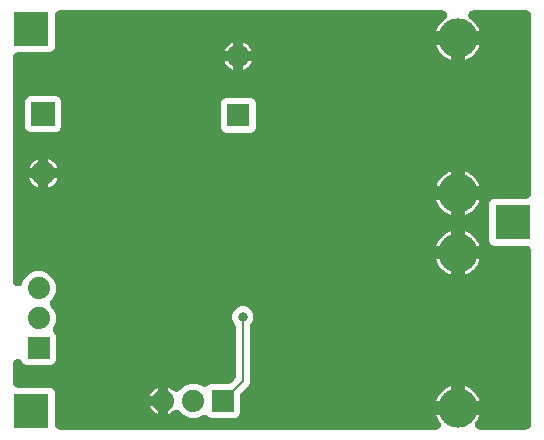
<source format=gbr>
G04 EAGLE Gerber RS-274X export*
G75*
%MOMM*%
%FSLAX34Y34*%
%LPD*%
%INBottom Copper*%
%IPPOS*%
%AMOC8*
5,1,8,0,0,1.08239X$1,22.5*%
G01*
%ADD10C,1.930400*%
%ADD11R,1.930400X1.930400*%
%ADD12C,3.327400*%
%ADD13R,1.879600X1.879600*%
%ADD14C,1.879600*%
%ADD15R,2.032000X2.032000*%
%ADD16C,2.032000*%
%ADD17C,0.806400*%
%ADD18C,0.203200*%
%ADD19R,3.000000X3.000000*%

G36*
X369517Y11187D02*
X369517Y11187D01*
X369672Y11188D01*
X369804Y11207D01*
X369938Y11217D01*
X370089Y11249D01*
X370242Y11271D01*
X370370Y11308D01*
X370502Y11336D01*
X370647Y11388D01*
X370795Y11431D01*
X370917Y11486D01*
X371043Y11532D01*
X371180Y11604D01*
X371321Y11667D01*
X371434Y11738D01*
X371553Y11801D01*
X371678Y11891D01*
X371809Y11973D01*
X371911Y12059D01*
X372020Y12138D01*
X372131Y12244D01*
X372249Y12343D01*
X372339Y12443D01*
X372436Y12536D01*
X372532Y12657D01*
X372635Y12772D01*
X372710Y12883D01*
X372793Y12988D01*
X372871Y13121D01*
X372957Y13249D01*
X373016Y13369D01*
X373084Y13485D01*
X373143Y13628D01*
X373211Y13766D01*
X373252Y13894D01*
X373303Y14018D01*
X373342Y14167D01*
X373390Y14314D01*
X373413Y14446D01*
X373447Y14575D01*
X373464Y14729D01*
X373492Y14881D01*
X373497Y15014D01*
X373512Y15148D01*
X373508Y15302D01*
X373514Y15456D01*
X373500Y15590D01*
X373497Y15724D01*
X373472Y15876D01*
X373456Y16029D01*
X373425Y16159D01*
X373403Y16292D01*
X373356Y16439D01*
X373320Y16589D01*
X373271Y16713D01*
X373230Y16842D01*
X373164Y16981D01*
X373108Y17124D01*
X373041Y17241D01*
X372984Y17362D01*
X372899Y17491D01*
X372823Y17625D01*
X372702Y17791D01*
X372668Y17844D01*
X372646Y17869D01*
X372610Y17918D01*
X372165Y18476D01*
X371019Y20300D01*
X370084Y22241D01*
X369534Y23813D01*
X386204Y23813D01*
X386401Y23827D01*
X386599Y23832D01*
X386688Y23847D01*
X386779Y23853D01*
X386972Y23894D01*
X387167Y23926D01*
X387254Y23954D01*
X387342Y23972D01*
X387528Y24039D01*
X387717Y24099D01*
X387799Y24137D01*
X387836Y24151D01*
X387974Y24087D01*
X388061Y24060D01*
X388145Y24026D01*
X388336Y23976D01*
X388525Y23919D01*
X388615Y23905D01*
X388702Y23882D01*
X388898Y23860D01*
X389094Y23829D01*
X389218Y23824D01*
X389275Y23817D01*
X389332Y23819D01*
X389456Y23813D01*
X406126Y23813D01*
X405576Y22241D01*
X404641Y20300D01*
X403495Y18476D01*
X403050Y17918D01*
X402963Y17791D01*
X402867Y17670D01*
X402799Y17554D01*
X402723Y17444D01*
X402654Y17306D01*
X402576Y17173D01*
X402525Y17049D01*
X402465Y16929D01*
X402415Y16783D01*
X402357Y16640D01*
X402323Y16510D01*
X402280Y16383D01*
X402252Y16232D01*
X402213Y16082D01*
X402198Y15949D01*
X402173Y15817D01*
X402166Y15663D01*
X402148Y15510D01*
X402152Y15376D01*
X402145Y15242D01*
X402159Y15088D01*
X402163Y14934D01*
X402185Y14802D01*
X402197Y14668D01*
X402232Y14518D01*
X402257Y14366D01*
X402298Y14238D01*
X402328Y14107D01*
X402383Y13964D01*
X402430Y13816D01*
X402487Y13695D01*
X402535Y13570D01*
X402610Y13435D01*
X402676Y13296D01*
X402750Y13183D01*
X402815Y13066D01*
X402908Y12943D01*
X402992Y12814D01*
X403081Y12714D01*
X403161Y12606D01*
X403270Y12497D01*
X403372Y12381D01*
X403474Y12294D01*
X403568Y12199D01*
X403691Y12106D01*
X403808Y12005D01*
X403921Y11932D01*
X404028Y11851D01*
X404162Y11776D01*
X404292Y11693D01*
X404414Y11636D01*
X404531Y11571D01*
X404675Y11515D01*
X404815Y11450D01*
X404943Y11411D01*
X405068Y11363D01*
X405218Y11327D01*
X405366Y11282D01*
X405498Y11261D01*
X405629Y11231D01*
X405782Y11217D01*
X405935Y11193D01*
X406140Y11184D01*
X406202Y11178D01*
X406236Y11179D01*
X406296Y11177D01*
X445681Y11177D01*
X445878Y11190D01*
X446076Y11196D01*
X446165Y11210D01*
X446256Y11217D01*
X446449Y11258D01*
X446644Y11290D01*
X446731Y11317D01*
X446819Y11336D01*
X447005Y11403D01*
X447194Y11462D01*
X447276Y11501D01*
X447361Y11532D01*
X447535Y11624D01*
X447714Y11709D01*
X447790Y11758D01*
X447870Y11801D01*
X448030Y11916D01*
X448196Y12025D01*
X448264Y12085D01*
X448337Y12138D01*
X448480Y12274D01*
X448629Y12405D01*
X448688Y12473D01*
X448754Y12536D01*
X448876Y12691D01*
X449005Y12841D01*
X449054Y12917D01*
X449110Y12988D01*
X449210Y13159D01*
X449317Y13325D01*
X449356Y13407D01*
X449401Y13485D01*
X449477Y13668D01*
X449560Y13847D01*
X449586Y13934D01*
X449621Y14018D01*
X449670Y14209D01*
X449728Y14398D01*
X449742Y14488D01*
X449764Y14575D01*
X449787Y14772D01*
X449817Y14967D01*
X449823Y15091D01*
X449829Y15148D01*
X449828Y15205D01*
X449833Y15329D01*
X449833Y162537D01*
X449820Y162734D01*
X449814Y162932D01*
X449800Y163021D01*
X449793Y163112D01*
X449752Y163305D01*
X449720Y163500D01*
X449693Y163587D01*
X449674Y163675D01*
X449607Y163861D01*
X449548Y164050D01*
X449509Y164132D01*
X449478Y164217D01*
X449386Y164391D01*
X449301Y164570D01*
X449252Y164646D01*
X449209Y164726D01*
X449094Y164886D01*
X448985Y165052D01*
X448925Y165120D01*
X448872Y165193D01*
X448736Y165336D01*
X448605Y165485D01*
X448537Y165544D01*
X448474Y165610D01*
X448319Y165732D01*
X448169Y165861D01*
X448093Y165910D01*
X448022Y165966D01*
X447851Y166066D01*
X447685Y166173D01*
X447603Y166212D01*
X447525Y166257D01*
X447342Y166333D01*
X447163Y166416D01*
X447076Y166442D01*
X446992Y166477D01*
X446801Y166526D01*
X446612Y166584D01*
X446522Y166598D01*
X446435Y166620D01*
X446238Y166643D01*
X446043Y166673D01*
X445919Y166679D01*
X445862Y166685D01*
X445805Y166684D01*
X445681Y166689D01*
X418345Y166689D01*
X416507Y167451D01*
X415101Y168857D01*
X414339Y170695D01*
X414339Y202685D01*
X415101Y204523D01*
X416507Y205929D01*
X418345Y206691D01*
X445681Y206691D01*
X445878Y206704D01*
X446076Y206710D01*
X446165Y206724D01*
X446256Y206731D01*
X446449Y206772D01*
X446644Y206804D01*
X446731Y206831D01*
X446819Y206850D01*
X447005Y206917D01*
X447194Y206976D01*
X447276Y207015D01*
X447361Y207046D01*
X447535Y207138D01*
X447714Y207223D01*
X447790Y207272D01*
X447870Y207315D01*
X448030Y207430D01*
X448196Y207539D01*
X448264Y207599D01*
X448337Y207652D01*
X448480Y207788D01*
X448629Y207919D01*
X448688Y207987D01*
X448754Y208050D01*
X448876Y208205D01*
X449005Y208355D01*
X449054Y208431D01*
X449110Y208502D01*
X449210Y208673D01*
X449317Y208839D01*
X449356Y208921D01*
X449401Y208999D01*
X449477Y209182D01*
X449560Y209361D01*
X449586Y209448D01*
X449621Y209532D01*
X449670Y209723D01*
X449728Y209912D01*
X449742Y210002D01*
X449764Y210089D01*
X449787Y210286D01*
X449817Y210481D01*
X449823Y210605D01*
X449829Y210662D01*
X449828Y210719D01*
X449833Y210843D01*
X449833Y361861D01*
X449820Y362058D01*
X449814Y362256D01*
X449800Y362345D01*
X449793Y362436D01*
X449752Y362629D01*
X449720Y362824D01*
X449693Y362911D01*
X449674Y362999D01*
X449607Y363185D01*
X449548Y363374D01*
X449509Y363456D01*
X449478Y363541D01*
X449386Y363715D01*
X449301Y363894D01*
X449252Y363970D01*
X449209Y364050D01*
X449094Y364210D01*
X448985Y364376D01*
X448925Y364444D01*
X448872Y364517D01*
X448736Y364660D01*
X448605Y364809D01*
X448537Y364868D01*
X448474Y364934D01*
X448319Y365056D01*
X448169Y365185D01*
X448093Y365234D01*
X448022Y365290D01*
X447851Y365390D01*
X447685Y365497D01*
X447603Y365536D01*
X447525Y365581D01*
X447342Y365657D01*
X447163Y365740D01*
X447076Y365766D01*
X446992Y365801D01*
X446801Y365850D01*
X446612Y365908D01*
X446522Y365922D01*
X446435Y365944D01*
X446238Y365967D01*
X446043Y365997D01*
X445919Y366003D01*
X445862Y366009D01*
X445805Y366008D01*
X445681Y366013D01*
X400898Y366013D01*
X400621Y365994D01*
X400346Y365976D01*
X400335Y365974D01*
X400323Y365973D01*
X400051Y365916D01*
X399782Y365861D01*
X399771Y365857D01*
X399760Y365854D01*
X399500Y365760D01*
X399239Y365668D01*
X399229Y365662D01*
X399218Y365658D01*
X398975Y365530D01*
X398728Y365402D01*
X398719Y365395D01*
X398709Y365389D01*
X398484Y365227D01*
X398259Y365067D01*
X398251Y365059D01*
X398241Y365052D01*
X398040Y364860D01*
X397841Y364671D01*
X397834Y364662D01*
X397825Y364654D01*
X397653Y364436D01*
X397482Y364221D01*
X397476Y364211D01*
X397468Y364202D01*
X397328Y363963D01*
X397188Y363726D01*
X397183Y363715D01*
X397177Y363705D01*
X397072Y363450D01*
X396965Y363194D01*
X396962Y363183D01*
X396958Y363172D01*
X396889Y362906D01*
X396819Y362637D01*
X396817Y362626D01*
X396814Y362615D01*
X396783Y362342D01*
X396751Y362066D01*
X396751Y362054D01*
X396749Y362042D01*
X396757Y361765D01*
X396762Y361490D01*
X396764Y361478D01*
X396764Y361466D01*
X396810Y361193D01*
X396853Y360921D01*
X396857Y360910D01*
X396859Y360898D01*
X396942Y360632D01*
X397022Y360370D01*
X397027Y360360D01*
X397031Y360348D01*
X397150Y360096D01*
X397266Y359848D01*
X397272Y359839D01*
X397277Y359828D01*
X397430Y359596D01*
X397580Y359365D01*
X397587Y359356D01*
X397594Y359346D01*
X397777Y359137D01*
X397957Y358930D01*
X397966Y358922D01*
X397973Y358913D01*
X398185Y358731D01*
X398391Y358551D01*
X398403Y358543D01*
X398409Y358537D01*
X398435Y358521D01*
X398689Y358345D01*
X398945Y358184D01*
X400629Y356841D01*
X402152Y355318D01*
X403495Y353634D01*
X404641Y351810D01*
X405576Y349869D01*
X406126Y348297D01*
X389456Y348297D01*
X389259Y348283D01*
X389061Y348278D01*
X388972Y348263D01*
X388881Y348257D01*
X388688Y348216D01*
X388493Y348184D01*
X388406Y348156D01*
X388318Y348138D01*
X388132Y348071D01*
X387943Y348011D01*
X387861Y347973D01*
X387824Y347959D01*
X387686Y348023D01*
X387599Y348050D01*
X387515Y348084D01*
X387324Y348134D01*
X387135Y348191D01*
X387045Y348205D01*
X386958Y348228D01*
X386762Y348250D01*
X386566Y348281D01*
X386442Y348286D01*
X386385Y348293D01*
X386328Y348291D01*
X386204Y348297D01*
X369534Y348297D01*
X370084Y349869D01*
X371019Y351810D01*
X372165Y353634D01*
X373508Y355318D01*
X375031Y356841D01*
X376715Y358184D01*
X376971Y358345D01*
X377195Y358509D01*
X377419Y358670D01*
X377427Y358678D01*
X377437Y358685D01*
X377635Y358877D01*
X377835Y359068D01*
X377842Y359077D01*
X377850Y359085D01*
X378021Y359304D01*
X378192Y359520D01*
X378198Y359530D01*
X378205Y359540D01*
X378344Y359781D01*
X378483Y360017D01*
X378487Y360028D01*
X378493Y360038D01*
X378597Y360296D01*
X378702Y360550D01*
X378705Y360561D01*
X378709Y360572D01*
X378777Y360841D01*
X378846Y361108D01*
X378847Y361119D01*
X378850Y361131D01*
X378879Y361405D01*
X378911Y361680D01*
X378910Y361692D01*
X378911Y361703D01*
X378903Y361979D01*
X378896Y362256D01*
X378894Y362267D01*
X378893Y362279D01*
X378847Y362551D01*
X378801Y362824D01*
X378798Y362835D01*
X378796Y362847D01*
X378713Y363107D01*
X378629Y363374D01*
X378624Y363384D01*
X378621Y363395D01*
X378502Y363641D01*
X378383Y363894D01*
X378376Y363904D01*
X378371Y363915D01*
X378220Y364142D01*
X378066Y364376D01*
X378059Y364385D01*
X378052Y364394D01*
X377870Y364599D01*
X377687Y364809D01*
X377678Y364817D01*
X377670Y364825D01*
X377460Y365004D01*
X377251Y365185D01*
X377241Y365191D01*
X377232Y365199D01*
X376999Y365347D01*
X376767Y365497D01*
X376756Y365502D01*
X376746Y365509D01*
X376497Y365623D01*
X376244Y365740D01*
X376233Y365743D01*
X376222Y365748D01*
X375960Y365826D01*
X375693Y365908D01*
X375681Y365909D01*
X375670Y365913D01*
X375400Y365954D01*
X375124Y365997D01*
X375110Y365998D01*
X375101Y365999D01*
X375070Y366000D01*
X374762Y366013D01*
X50823Y366013D01*
X50626Y366000D01*
X50428Y365994D01*
X50339Y365980D01*
X50248Y365973D01*
X50055Y365932D01*
X49860Y365900D01*
X49773Y365873D01*
X49685Y365854D01*
X49499Y365787D01*
X49310Y365728D01*
X49228Y365689D01*
X49143Y365658D01*
X48969Y365566D01*
X48790Y365481D01*
X48714Y365432D01*
X48634Y365389D01*
X48474Y365274D01*
X48308Y365165D01*
X48240Y365105D01*
X48167Y365052D01*
X48024Y364916D01*
X47875Y364785D01*
X47816Y364717D01*
X47750Y364654D01*
X47628Y364499D01*
X47499Y364349D01*
X47450Y364273D01*
X47394Y364202D01*
X47294Y364031D01*
X47187Y363865D01*
X47148Y363783D01*
X47103Y363705D01*
X47027Y363522D01*
X46944Y363343D01*
X46918Y363256D01*
X46883Y363172D01*
X46834Y362981D01*
X46776Y362792D01*
X46762Y362702D01*
X46740Y362615D01*
X46717Y362418D01*
X46687Y362223D01*
X46681Y362099D01*
X46675Y362042D01*
X46676Y361985D01*
X46671Y361861D01*
X46671Y334525D01*
X45909Y332687D01*
X44503Y331281D01*
X42665Y330519D01*
X15329Y330519D01*
X15132Y330506D01*
X14934Y330500D01*
X14845Y330486D01*
X14754Y330479D01*
X14561Y330438D01*
X14366Y330406D01*
X14279Y330379D01*
X14191Y330360D01*
X14005Y330293D01*
X13816Y330234D01*
X13734Y330195D01*
X13649Y330164D01*
X13475Y330072D01*
X13296Y329987D01*
X13220Y329938D01*
X13140Y329895D01*
X12980Y329780D01*
X12814Y329671D01*
X12746Y329611D01*
X12673Y329558D01*
X12530Y329422D01*
X12381Y329291D01*
X12322Y329223D01*
X12256Y329160D01*
X12134Y329005D01*
X12005Y328855D01*
X11956Y328779D01*
X11900Y328708D01*
X11800Y328537D01*
X11693Y328371D01*
X11654Y328289D01*
X11609Y328211D01*
X11533Y328028D01*
X11450Y327849D01*
X11424Y327762D01*
X11389Y327678D01*
X11340Y327487D01*
X11282Y327298D01*
X11268Y327208D01*
X11246Y327121D01*
X11223Y326924D01*
X11193Y326729D01*
X11187Y326605D01*
X11181Y326548D01*
X11182Y326491D01*
X11177Y326367D01*
X11177Y136576D01*
X11180Y136526D01*
X11178Y136477D01*
X11200Y136240D01*
X11217Y136001D01*
X11227Y135953D01*
X11232Y135903D01*
X11286Y135671D01*
X11336Y135438D01*
X11353Y135391D01*
X11364Y135343D01*
X11451Y135120D01*
X11532Y134896D01*
X11555Y134852D01*
X11573Y134806D01*
X11689Y134598D01*
X11801Y134387D01*
X11830Y134346D01*
X11854Y134303D01*
X11998Y134113D01*
X12138Y133919D01*
X12172Y133884D01*
X12202Y133844D01*
X12371Y133676D01*
X12536Y133503D01*
X12575Y133473D01*
X12610Y133438D01*
X12801Y133294D01*
X12988Y133146D01*
X13031Y133121D01*
X13070Y133092D01*
X13279Y132976D01*
X13485Y132855D01*
X13531Y132837D01*
X13574Y132813D01*
X13797Y132727D01*
X14018Y132636D01*
X14066Y132624D01*
X14112Y132606D01*
X14344Y132552D01*
X14575Y132492D01*
X14625Y132487D01*
X14673Y132476D01*
X14910Y132454D01*
X15148Y132427D01*
X15197Y132429D01*
X15247Y132424D01*
X15485Y132436D01*
X15724Y132442D01*
X15772Y132450D01*
X15822Y132453D01*
X16056Y132498D01*
X16292Y132537D01*
X16339Y132552D01*
X16388Y132561D01*
X16613Y132637D01*
X16842Y132709D01*
X16886Y132730D01*
X16933Y132746D01*
X17146Y132853D01*
X17362Y132955D01*
X17404Y132983D01*
X17448Y133005D01*
X17644Y133140D01*
X17844Y133272D01*
X17881Y133304D01*
X17921Y133332D01*
X18097Y133494D01*
X18277Y133651D01*
X18309Y133689D01*
X18345Y133722D01*
X18497Y133907D01*
X18653Y134087D01*
X18680Y134129D01*
X18711Y134167D01*
X18836Y134371D01*
X18965Y134571D01*
X18986Y134616D01*
X19012Y134659D01*
X19165Y134987D01*
X20813Y138966D01*
X24864Y143017D01*
X30156Y145209D01*
X35884Y145209D01*
X41176Y143017D01*
X45227Y138966D01*
X47419Y133674D01*
X47419Y127946D01*
X45227Y122654D01*
X43619Y121046D01*
X43489Y120897D01*
X43353Y120754D01*
X43300Y120680D01*
X43241Y120611D01*
X43133Y120446D01*
X43018Y120285D01*
X42976Y120205D01*
X42927Y120129D01*
X42843Y119949D01*
X42751Y119775D01*
X42721Y119689D01*
X42682Y119607D01*
X42624Y119418D01*
X42557Y119232D01*
X42539Y119143D01*
X42512Y119057D01*
X42481Y118862D01*
X42440Y118668D01*
X42435Y118578D01*
X42420Y118488D01*
X42416Y118291D01*
X42403Y118093D01*
X42409Y118003D01*
X42407Y117912D01*
X42431Y117716D01*
X42445Y117519D01*
X42464Y117430D01*
X42475Y117340D01*
X42525Y117149D01*
X42566Y116956D01*
X42598Y116871D01*
X42620Y116783D01*
X42696Y116601D01*
X42764Y116415D01*
X42807Y116335D01*
X42842Y116251D01*
X42942Y116082D01*
X43035Y115907D01*
X43089Y115833D01*
X43135Y115755D01*
X43258Y115601D01*
X43374Y115441D01*
X43458Y115349D01*
X43494Y115305D01*
X43535Y115266D01*
X43619Y115174D01*
X45227Y113566D01*
X47419Y108274D01*
X47419Y102546D01*
X45239Y97284D01*
X45161Y97050D01*
X45078Y96817D01*
X45069Y96777D01*
X45056Y96738D01*
X45011Y96496D01*
X44961Y96253D01*
X44958Y96212D01*
X44951Y96171D01*
X44939Y95925D01*
X44923Y95678D01*
X44926Y95637D01*
X44924Y95596D01*
X44947Y95350D01*
X44965Y95104D01*
X44974Y95064D01*
X44978Y95023D01*
X45035Y94782D01*
X45087Y94541D01*
X45101Y94502D01*
X45110Y94462D01*
X45200Y94232D01*
X45285Y94000D01*
X45304Y93964D01*
X45319Y93925D01*
X45440Y93709D01*
X45556Y93492D01*
X45580Y93459D01*
X45600Y93422D01*
X45750Y93225D01*
X45895Y93026D01*
X45930Y92987D01*
X45948Y92963D01*
X45991Y92921D01*
X46139Y92759D01*
X46657Y92241D01*
X47419Y90403D01*
X47419Y69617D01*
X46657Y67779D01*
X45251Y66373D01*
X43413Y65611D01*
X22627Y65611D01*
X20789Y66373D01*
X19383Y67779D01*
X19165Y68305D01*
X19143Y68349D01*
X19126Y68396D01*
X19015Y68606D01*
X18908Y68820D01*
X18880Y68861D01*
X18857Y68905D01*
X18718Y69098D01*
X18583Y69295D01*
X18549Y69332D01*
X18520Y69372D01*
X18355Y69544D01*
X18194Y69721D01*
X18156Y69752D01*
X18122Y69788D01*
X17935Y69936D01*
X17751Y70088D01*
X17709Y70114D01*
X17670Y70145D01*
X17464Y70266D01*
X17261Y70391D01*
X17215Y70411D01*
X17173Y70436D01*
X16952Y70527D01*
X16734Y70623D01*
X16686Y70637D01*
X16640Y70655D01*
X16409Y70715D01*
X16179Y70780D01*
X16130Y70787D01*
X16082Y70799D01*
X15845Y70826D01*
X15609Y70858D01*
X15559Y70858D01*
X15510Y70864D01*
X15272Y70858D01*
X15033Y70857D01*
X14984Y70850D01*
X14934Y70849D01*
X14699Y70810D01*
X14462Y70776D01*
X14415Y70763D01*
X14366Y70755D01*
X14138Y70683D01*
X13909Y70618D01*
X13864Y70597D01*
X13816Y70583D01*
X13601Y70480D01*
X13383Y70383D01*
X13340Y70357D01*
X13296Y70336D01*
X13096Y70205D01*
X12894Y70079D01*
X12856Y70047D01*
X12814Y70020D01*
X12635Y69862D01*
X12452Y69709D01*
X12419Y69673D01*
X12381Y69640D01*
X12225Y69459D01*
X12065Y69282D01*
X12037Y69242D01*
X12005Y69204D01*
X11875Y69003D01*
X11741Y68806D01*
X11719Y68762D01*
X11693Y68720D01*
X11592Y68503D01*
X11487Y68289D01*
X11471Y68243D01*
X11450Y68198D01*
X11381Y67969D01*
X11306Y67743D01*
X11297Y67694D01*
X11282Y67646D01*
X11245Y67410D01*
X11202Y67176D01*
X11200Y67127D01*
X11193Y67078D01*
X11177Y66716D01*
X11177Y50823D01*
X11190Y50626D01*
X11196Y50428D01*
X11210Y50339D01*
X11217Y50248D01*
X11258Y50055D01*
X11290Y49860D01*
X11317Y49773D01*
X11336Y49685D01*
X11403Y49499D01*
X11462Y49310D01*
X11501Y49228D01*
X11532Y49143D01*
X11624Y48968D01*
X11709Y48790D01*
X11758Y48714D01*
X11801Y48634D01*
X11916Y48474D01*
X12025Y48308D01*
X12085Y48240D01*
X12138Y48167D01*
X12274Y48024D01*
X12405Y47875D01*
X12473Y47816D01*
X12536Y47750D01*
X12691Y47628D01*
X12841Y47499D01*
X12917Y47450D01*
X12988Y47394D01*
X13159Y47294D01*
X13325Y47187D01*
X13407Y47148D01*
X13485Y47103D01*
X13668Y47027D01*
X13847Y46944D01*
X13934Y46918D01*
X14018Y46883D01*
X14209Y46834D01*
X14398Y46776D01*
X14488Y46762D01*
X14575Y46740D01*
X14772Y46717D01*
X14967Y46687D01*
X15091Y46681D01*
X15148Y46675D01*
X15205Y46676D01*
X15329Y46671D01*
X42665Y46671D01*
X44503Y45909D01*
X45909Y44503D01*
X46671Y42665D01*
X46671Y15329D01*
X46684Y15132D01*
X46690Y14934D01*
X46704Y14845D01*
X46711Y14754D01*
X46752Y14561D01*
X46784Y14366D01*
X46811Y14279D01*
X46830Y14191D01*
X46897Y14005D01*
X46956Y13816D01*
X46995Y13734D01*
X47026Y13649D01*
X47118Y13475D01*
X47203Y13296D01*
X47252Y13220D01*
X47295Y13140D01*
X47410Y12980D01*
X47519Y12814D01*
X47579Y12746D01*
X47632Y12673D01*
X47768Y12530D01*
X47899Y12381D01*
X47967Y12322D01*
X48030Y12256D01*
X48185Y12134D01*
X48335Y12005D01*
X48411Y11956D01*
X48482Y11900D01*
X48653Y11800D01*
X48819Y11693D01*
X48901Y11654D01*
X48979Y11609D01*
X49162Y11533D01*
X49341Y11450D01*
X49428Y11424D01*
X49512Y11389D01*
X49703Y11340D01*
X49892Y11282D01*
X49982Y11268D01*
X50069Y11246D01*
X50266Y11223D01*
X50461Y11193D01*
X50585Y11187D01*
X50642Y11181D01*
X50699Y11182D01*
X50823Y11177D01*
X369364Y11177D01*
X369517Y11187D01*
G37*
%LPC*%
G36*
X160966Y21161D02*
X160966Y21161D01*
X155674Y23353D01*
X152327Y26701D01*
X152178Y26830D01*
X152034Y26967D01*
X151960Y27019D01*
X151892Y27079D01*
X151727Y27186D01*
X151565Y27302D01*
X151485Y27344D01*
X151409Y27393D01*
X151231Y27477D01*
X151055Y27568D01*
X150970Y27599D01*
X150888Y27637D01*
X150699Y27696D01*
X150513Y27762D01*
X150424Y27781D01*
X150337Y27807D01*
X150142Y27839D01*
X149949Y27879D01*
X149858Y27885D01*
X149769Y27899D01*
X149571Y27904D01*
X149374Y27917D01*
X149283Y27910D01*
X149193Y27912D01*
X148997Y27889D01*
X148799Y27874D01*
X148711Y27855D01*
X148621Y27845D01*
X148430Y27795D01*
X148236Y27753D01*
X148151Y27722D01*
X148064Y27699D01*
X147881Y27623D01*
X147695Y27555D01*
X147616Y27512D01*
X147532Y27478D01*
X147361Y27377D01*
X147187Y27284D01*
X147114Y27231D01*
X147036Y27185D01*
X146881Y27061D01*
X146721Y26945D01*
X146630Y26861D01*
X146585Y26826D01*
X146546Y26784D01*
X146454Y26700D01*
X146208Y26454D01*
X144687Y25349D01*
X143013Y24496D01*
X142582Y24356D01*
X142582Y35560D01*
X142582Y46764D01*
X143013Y46624D01*
X144687Y45771D01*
X146208Y44666D01*
X146454Y44420D01*
X146604Y44290D01*
X146747Y44154D01*
X146821Y44101D01*
X146889Y44041D01*
X147055Y43934D01*
X147215Y43819D01*
X147296Y43777D01*
X147372Y43727D01*
X147551Y43643D01*
X147726Y43552D01*
X147811Y43521D01*
X147893Y43483D01*
X148082Y43424D01*
X148268Y43358D01*
X148357Y43339D01*
X148444Y43313D01*
X148638Y43281D01*
X148832Y43241D01*
X148923Y43235D01*
X149012Y43221D01*
X149210Y43216D01*
X149407Y43203D01*
X149497Y43210D01*
X149588Y43208D01*
X149784Y43231D01*
X149982Y43246D01*
X150070Y43265D01*
X150160Y43275D01*
X150351Y43325D01*
X150545Y43367D01*
X150630Y43398D01*
X150717Y43421D01*
X150899Y43497D01*
X151085Y43565D01*
X151166Y43608D01*
X151249Y43642D01*
X151419Y43743D01*
X151594Y43836D01*
X151667Y43889D01*
X151745Y43935D01*
X151899Y44058D01*
X152060Y44175D01*
X152151Y44259D01*
X152196Y44294D01*
X152235Y44335D01*
X152327Y44419D01*
X155674Y47767D01*
X160966Y49959D01*
X166694Y49959D01*
X171956Y47779D01*
X172190Y47701D01*
X172423Y47618D01*
X172463Y47609D01*
X172502Y47596D01*
X172744Y47551D01*
X172987Y47501D01*
X173028Y47498D01*
X173069Y47491D01*
X173315Y47479D01*
X173562Y47463D01*
X173603Y47466D01*
X173644Y47464D01*
X173890Y47487D01*
X174136Y47505D01*
X174176Y47514D01*
X174217Y47518D01*
X174458Y47575D01*
X174699Y47627D01*
X174738Y47641D01*
X174778Y47650D01*
X175008Y47740D01*
X175240Y47825D01*
X175276Y47844D01*
X175315Y47859D01*
X175531Y47980D01*
X175748Y48096D01*
X175781Y48120D01*
X175818Y48140D01*
X176015Y48290D01*
X176214Y48435D01*
X176253Y48470D01*
X176277Y48488D01*
X176319Y48531D01*
X176481Y48679D01*
X176999Y49197D01*
X178837Y49959D01*
X193400Y49959D01*
X193408Y49959D01*
X193416Y49959D01*
X193693Y49979D01*
X193975Y49999D01*
X193983Y50000D01*
X193991Y50001D01*
X194262Y50059D01*
X194538Y50118D01*
X194546Y50121D01*
X194554Y50122D01*
X194818Y50219D01*
X195080Y50314D01*
X195087Y50318D01*
X195095Y50320D01*
X195344Y50453D01*
X195589Y50583D01*
X195596Y50588D01*
X195603Y50591D01*
X195829Y50756D01*
X196056Y50920D01*
X196062Y50925D01*
X196069Y50930D01*
X196336Y51175D01*
X198507Y53346D01*
X198513Y53352D01*
X198519Y53358D01*
X198700Y53568D01*
X198885Y53781D01*
X198890Y53788D01*
X198895Y53794D01*
X199048Y54031D01*
X199199Y54263D01*
X199203Y54271D01*
X199207Y54278D01*
X199325Y54532D01*
X199444Y54785D01*
X199446Y54793D01*
X199450Y54800D01*
X199532Y55069D01*
X199614Y55335D01*
X199615Y55343D01*
X199618Y55351D01*
X199662Y55630D01*
X199706Y55904D01*
X199706Y55912D01*
X199707Y55920D01*
X199723Y56282D01*
X199723Y98203D01*
X199723Y98211D01*
X199723Y98219D01*
X199703Y98494D01*
X199683Y98777D01*
X199682Y98786D01*
X199681Y98794D01*
X199623Y99064D01*
X199564Y99341D01*
X199561Y99349D01*
X199560Y99357D01*
X199463Y99620D01*
X199368Y99882D01*
X199364Y99890D01*
X199362Y99898D01*
X199231Y100143D01*
X199099Y100392D01*
X199094Y100399D01*
X199091Y100406D01*
X198927Y100631D01*
X198762Y100859D01*
X198757Y100865D01*
X198752Y100872D01*
X198507Y101139D01*
X198082Y101563D01*
X196707Y104883D01*
X196707Y108477D01*
X198082Y111797D01*
X200623Y114338D01*
X203943Y115713D01*
X207537Y115713D01*
X210857Y114338D01*
X213398Y111797D01*
X214773Y108477D01*
X214773Y104883D01*
X213398Y101563D01*
X212973Y101139D01*
X212967Y101132D01*
X212961Y101127D01*
X212779Y100916D01*
X212595Y100704D01*
X212590Y100697D01*
X212585Y100691D01*
X212433Y100455D01*
X212281Y100221D01*
X212277Y100214D01*
X212273Y100207D01*
X212154Y99952D01*
X212036Y99700D01*
X212034Y99692D01*
X212030Y99684D01*
X211946Y99409D01*
X211866Y99149D01*
X211865Y99141D01*
X211862Y99133D01*
X211818Y98852D01*
X211774Y98581D01*
X211774Y98573D01*
X211773Y98564D01*
X211757Y98203D01*
X211757Y50873D01*
X210841Y48662D01*
X204845Y42666D01*
X204839Y42660D01*
X204833Y42654D01*
X204649Y42441D01*
X204467Y42231D01*
X204462Y42224D01*
X204457Y42218D01*
X204303Y41980D01*
X204153Y41749D01*
X204149Y41741D01*
X204145Y41734D01*
X204026Y41478D01*
X203908Y41227D01*
X203906Y41219D01*
X203902Y41212D01*
X203820Y40943D01*
X203738Y40677D01*
X203737Y40669D01*
X203734Y40661D01*
X203690Y40380D01*
X203646Y40108D01*
X203646Y40100D01*
X203645Y40092D01*
X203629Y39730D01*
X203629Y25167D01*
X202867Y23329D01*
X201461Y21923D01*
X199623Y21161D01*
X178837Y21161D01*
X176999Y21923D01*
X176481Y22441D01*
X176294Y22603D01*
X176112Y22769D01*
X176078Y22792D01*
X176047Y22819D01*
X175839Y22954D01*
X175635Y23092D01*
X175598Y23111D01*
X175564Y23133D01*
X175340Y23238D01*
X175119Y23347D01*
X175080Y23360D01*
X175042Y23378D01*
X174807Y23450D01*
X174572Y23528D01*
X174531Y23535D01*
X174492Y23548D01*
X174249Y23587D01*
X174005Y23631D01*
X173964Y23633D01*
X173923Y23640D01*
X173678Y23645D01*
X173430Y23655D01*
X173389Y23651D01*
X173347Y23652D01*
X173103Y23623D01*
X172856Y23599D01*
X172816Y23590D01*
X172775Y23585D01*
X172537Y23523D01*
X172296Y23465D01*
X172247Y23447D01*
X172218Y23439D01*
X172162Y23416D01*
X171956Y23341D01*
X166694Y21161D01*
X160966Y21161D01*
G37*
%LPD*%
%LPC*%
G36*
X25675Y262969D02*
X25675Y262969D01*
X23837Y263731D01*
X22431Y265137D01*
X21669Y266975D01*
X21669Y289285D01*
X22431Y291123D01*
X23837Y292529D01*
X25675Y293291D01*
X47985Y293291D01*
X49823Y292529D01*
X51229Y291123D01*
X51991Y289285D01*
X51991Y266975D01*
X51229Y265137D01*
X49823Y263731D01*
X47985Y262969D01*
X25675Y262969D01*
G37*
%LPD*%
%LPC*%
G36*
X191283Y262607D02*
X191283Y262607D01*
X189445Y263369D01*
X188039Y264775D01*
X187277Y266613D01*
X187277Y287907D01*
X188039Y289745D01*
X189445Y291151D01*
X191283Y291913D01*
X212577Y291913D01*
X214415Y291151D01*
X215821Y289745D01*
X216583Y287907D01*
X216583Y266613D01*
X215821Y264775D01*
X214415Y263369D01*
X212577Y262607D01*
X191283Y262607D01*
G37*
%LPD*%
%LPC*%
G36*
X393608Y216979D02*
X393608Y216979D01*
X393608Y229497D01*
X395180Y228947D01*
X397121Y228012D01*
X398945Y226866D01*
X400629Y225523D01*
X402152Y224000D01*
X403495Y222316D01*
X404641Y220492D01*
X405576Y218551D01*
X406126Y216979D01*
X393608Y216979D01*
G37*
%LPD*%
%LPC*%
G36*
X393608Y35369D02*
X393608Y35369D01*
X393608Y47887D01*
X395180Y47337D01*
X397121Y46402D01*
X398945Y45256D01*
X400629Y43913D01*
X402152Y42390D01*
X403495Y40706D01*
X404641Y38882D01*
X405576Y36941D01*
X406126Y35369D01*
X393608Y35369D01*
G37*
%LPD*%
%LPC*%
G36*
X393608Y166687D02*
X393608Y166687D01*
X393608Y179205D01*
X395180Y178655D01*
X397121Y177720D01*
X398945Y176574D01*
X400629Y175231D01*
X402152Y173708D01*
X403495Y172024D01*
X404641Y170200D01*
X405576Y168259D01*
X406126Y166687D01*
X393608Y166687D01*
G37*
%LPD*%
%LPC*%
G36*
X369534Y35369D02*
X369534Y35369D01*
X370084Y36941D01*
X371019Y38882D01*
X372165Y40706D01*
X373508Y42390D01*
X375031Y43913D01*
X376715Y45256D01*
X378539Y46402D01*
X380480Y47337D01*
X382052Y47887D01*
X382052Y35369D01*
X369534Y35369D01*
G37*
%LPD*%
%LPC*%
G36*
X393608Y336741D02*
X393608Y336741D01*
X406126Y336741D01*
X405576Y335169D01*
X404641Y333228D01*
X403495Y331404D01*
X402152Y329720D01*
X400629Y328197D01*
X398945Y326854D01*
X397121Y325708D01*
X395180Y324773D01*
X393608Y324223D01*
X393608Y336741D01*
G37*
%LPD*%
%LPC*%
G36*
X393608Y155131D02*
X393608Y155131D01*
X406126Y155131D01*
X405576Y153559D01*
X404641Y151618D01*
X403495Y149794D01*
X402152Y148110D01*
X400629Y146587D01*
X398945Y145244D01*
X397121Y144098D01*
X395180Y143163D01*
X393608Y142613D01*
X393608Y155131D01*
G37*
%LPD*%
%LPC*%
G36*
X369534Y166687D02*
X369534Y166687D01*
X370084Y168259D01*
X371019Y170200D01*
X372165Y172024D01*
X373508Y173708D01*
X375031Y175231D01*
X376715Y176574D01*
X378539Y177720D01*
X380480Y178655D01*
X382052Y179205D01*
X382052Y166687D01*
X369534Y166687D01*
G37*
%LPD*%
%LPC*%
G36*
X393608Y205423D02*
X393608Y205423D01*
X406126Y205423D01*
X405576Y203851D01*
X404641Y201910D01*
X403495Y200086D01*
X402152Y198402D01*
X400629Y196879D01*
X398945Y195536D01*
X397121Y194390D01*
X395180Y193455D01*
X393608Y192905D01*
X393608Y205423D01*
G37*
%LPD*%
%LPC*%
G36*
X369534Y216979D02*
X369534Y216979D01*
X370084Y218551D01*
X371019Y220492D01*
X372165Y222316D01*
X373508Y224000D01*
X375031Y225523D01*
X376715Y226866D01*
X378539Y228012D01*
X380480Y228947D01*
X382052Y229497D01*
X382052Y216979D01*
X369534Y216979D01*
G37*
%LPD*%
%LPC*%
G36*
X380480Y193455D02*
X380480Y193455D01*
X378539Y194390D01*
X376715Y195536D01*
X375031Y196879D01*
X373508Y198402D01*
X372165Y200086D01*
X371019Y201910D01*
X370084Y203851D01*
X369534Y205423D01*
X382052Y205423D01*
X382052Y192905D01*
X380480Y193455D01*
G37*
%LPD*%
%LPC*%
G36*
X380480Y143163D02*
X380480Y143163D01*
X378539Y144098D01*
X376715Y145244D01*
X375031Y146587D01*
X373508Y148110D01*
X372165Y149794D01*
X371019Y151618D01*
X370084Y153559D01*
X369534Y155131D01*
X382052Y155131D01*
X382052Y142613D01*
X380480Y143163D01*
G37*
%LPD*%
%LPC*%
G36*
X380480Y324773D02*
X380480Y324773D01*
X378539Y325708D01*
X376715Y326854D01*
X375031Y328197D01*
X373508Y329720D01*
X372165Y331404D01*
X371019Y333228D01*
X370084Y335169D01*
X369534Y336741D01*
X382052Y336741D01*
X382052Y324223D01*
X380480Y324773D01*
G37*
%LPD*%
%LPC*%
G36*
X40982Y232282D02*
X40982Y232282D01*
X40982Y240157D01*
X42460Y239545D01*
X43901Y238713D01*
X45222Y237700D01*
X46400Y236522D01*
X47413Y235201D01*
X48245Y233759D01*
X48857Y232282D01*
X40982Y232282D01*
G37*
%LPD*%
%LPC*%
G36*
X40982Y223978D02*
X40982Y223978D01*
X48857Y223978D01*
X48245Y222501D01*
X47413Y221059D01*
X46400Y219738D01*
X45222Y218560D01*
X43901Y217547D01*
X42459Y216715D01*
X40982Y216103D01*
X40982Y223978D01*
G37*
%LPD*%
%LPC*%
G36*
X24803Y232282D02*
X24803Y232282D01*
X25415Y233759D01*
X26247Y235201D01*
X27260Y236522D01*
X28438Y237700D01*
X29759Y238713D01*
X31200Y239545D01*
X32678Y240157D01*
X32678Y232282D01*
X24803Y232282D01*
G37*
%LPD*%
%LPC*%
G36*
X31201Y216715D02*
X31201Y216715D01*
X29759Y217547D01*
X28438Y218560D01*
X27260Y219738D01*
X26247Y221059D01*
X25415Y222501D01*
X24803Y223978D01*
X32678Y223978D01*
X32678Y216103D01*
X31201Y216715D01*
G37*
%LPD*%
%LPC*%
G36*
X206082Y331412D02*
X206082Y331412D01*
X206082Y338737D01*
X207334Y338219D01*
X208718Y337420D01*
X209986Y336447D01*
X211117Y335316D01*
X212090Y334048D01*
X212889Y332664D01*
X213407Y331412D01*
X206082Y331412D01*
G37*
%LPD*%
%LPC*%
G36*
X206082Y323108D02*
X206082Y323108D01*
X213407Y323108D01*
X212889Y321856D01*
X212090Y320472D01*
X211117Y319204D01*
X209986Y318073D01*
X208718Y317100D01*
X207334Y316301D01*
X206082Y315783D01*
X206082Y323108D01*
G37*
%LPD*%
%LPC*%
G36*
X190453Y331412D02*
X190453Y331412D01*
X190971Y332664D01*
X191770Y334048D01*
X192743Y335316D01*
X193874Y336447D01*
X195142Y337420D01*
X196526Y338219D01*
X197778Y338737D01*
X197778Y331412D01*
X190453Y331412D01*
G37*
%LPD*%
%LPC*%
G36*
X196526Y316301D02*
X196526Y316301D01*
X195142Y317100D01*
X193874Y318073D01*
X192743Y319204D01*
X191770Y320472D01*
X190971Y321856D01*
X190453Y323108D01*
X197778Y323108D01*
X197778Y315783D01*
X196526Y316301D01*
G37*
%LPD*%
%LPC*%
G36*
X127226Y39712D02*
X127226Y39712D01*
X127366Y40143D01*
X128219Y41817D01*
X129324Y43337D01*
X130653Y44666D01*
X132173Y45771D01*
X133847Y46624D01*
X134278Y46764D01*
X134278Y39712D01*
X127226Y39712D01*
G37*
%LPD*%
%LPC*%
G36*
X133847Y24496D02*
X133847Y24496D01*
X132173Y25349D01*
X130653Y26454D01*
X129324Y27783D01*
X128219Y29303D01*
X127366Y30977D01*
X127226Y31408D01*
X134278Y31408D01*
X134278Y24356D01*
X133847Y24496D01*
G37*
%LPD*%
D10*
X201930Y327260D03*
D11*
X201930Y277260D03*
D12*
X387830Y160909D03*
X387830Y29591D03*
X387830Y342519D03*
X387830Y211201D03*
D13*
X33020Y80010D03*
D14*
X33020Y105410D03*
X33020Y130810D03*
D13*
X189230Y35560D03*
D14*
X163830Y35560D03*
X138430Y35560D03*
D15*
X36830Y278130D03*
D16*
X36830Y228130D03*
D17*
X205740Y106680D03*
D18*
X205740Y52070D01*
X189230Y35560D01*
D19*
X434340Y186690D03*
X26670Y26670D03*
X26670Y350520D03*
M02*

</source>
